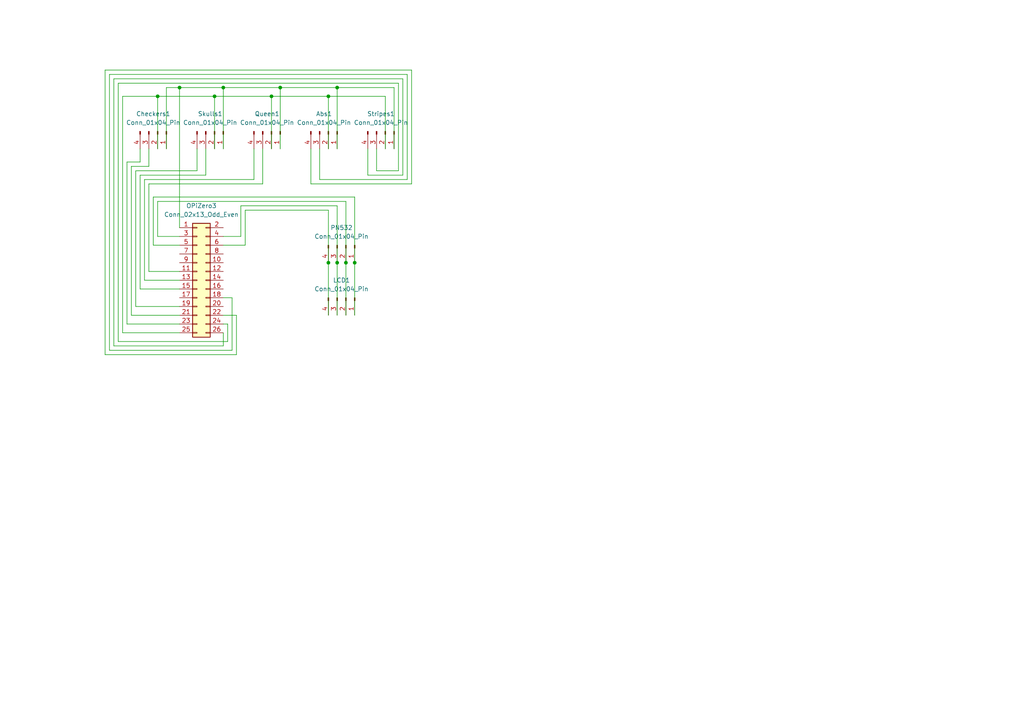
<source format=kicad_sch>
(kicad_sch (version 20231120) (generator "eeschema") (generator_version "8.0")
  (paper "A4")
  (lib_symbols
    (symbol "Conn_01x04_Pin_1" (pin_names (offset 1.016) hide)
      (property "Reference" "PN532" (at -5.08 -1.27 90))
      (property "Value" "Conn_01x04_Pin" (at -2.54 -1.27 90))
      (symbol "Conn_01x04_Pin_1_1_1"
        (polyline (pts (xy 1.27 -5.08) (xy 0.8636 -5.08)) (stroke (width 0.1524)))
        (polyline (pts (xy 1.27 -2.54) (xy 0.8636 -2.54)) (stroke (width 0.1524)))
        (polyline (pts (xy 1.27 0) (xy 0.8636 0)) (stroke (width 0.1524)))
        (polyline (pts (xy 1.27 2.54) (xy 0.8636 2.54)) (stroke (width 0.1524)))
        (rectangle (start 0.8636 -4.953) (end 0 -5.207) (stroke (width 0.1524)) (fill (type outline)))
        (rectangle (start 0.8636 -2.413) (end 0 -2.667) (stroke (width 0.1524)) (fill (type outline)))
        (rectangle (start 0.8636 0.127) (end 0 -0.127) (stroke (width 0.1524)) (fill (type outline)))
        (rectangle (start 0.8636 2.667) (end 0 2.413) (stroke (width 0.1524)) (fill (type outline)))
        (pin passive line (at 5.08 2.54 180) (length 3.81) (name "SCK") (number "1"))
        (pin passive line (at 5.08 0 180) (length 3.81) (name "SDA") (number "2"))
        (pin passive line (at 5.08 -2.54 180) (length 3.81) (name "VCC") (number "3"))
        (pin passive line (at 5.08 -5.08 180) (length 3.81) (name "GND") (number "4"))
      )
    )
    (symbol "Connector:Conn_01x04_Pin" (pin_names (offset 1.016) hide)
      (property "Reference" "J" (at 0 5.08 0))
      (property "Value" "Conn_01x04_Pin" (at 0 -7.62 0))
      (symbol "Conn_01x04_Pin_1_1"
        (polyline (pts (xy 1.27 -5.08) (xy 0.8636 -5.08)) (stroke (width 0.1524)))
        (polyline (pts (xy 1.27 -2.54) (xy 0.8636 -2.54)) (stroke (width 0.1524)))
        (polyline (pts (xy 1.27 0) (xy 0.8636 0)) (stroke (width 0.1524)))
        (polyline (pts (xy 1.27 2.54) (xy 0.8636 2.54)) (stroke (width 0.1524)))
        (rectangle (start 0.8636 -4.953) (end 0 -5.207) (stroke (width 0.1524)) (fill (type outline)))
        (rectangle (start 0.8636 -2.413) (end 0 -2.667) (stroke (width 0.1524)) (fill (type outline)))
        (rectangle (start 0.8636 0.127) (end 0 -0.127) (stroke (width 0.1524)) (fill (type outline)))
        (rectangle (start 0.8636 2.667) (end 0 2.413) (stroke (width 0.1524)) (fill (type outline)))
        (pin passive line (at 5.08 2.54 180) (length 3.81) (name "Pin_1") (number "1"))
        (pin passive line (at 5.08 0 180) (length 3.81) (name "Pin_2") (number "2"))
        (pin passive line (at 5.08 -2.54 180) (length 3.81) (name "Pin_3") (number "3"))
        (pin passive line (at 5.08 -5.08 180) (length 3.81) (name "Pin_4") (number "4"))
      )
    )
    (symbol "Connector_Generic:Conn_02x13_Odd_Even" (pin_names (offset 1.016) hide)
      (property "Reference" "OPiZero3" (at 1.27 21.59 0))
      (property "Value" "Conn_02x13_Odd_Even" (at 1.27 19.05 0))
      (symbol "Conn_02x13_Odd_Even_1_1"
        (rectangle (start -1.27 -15.113) (end 0 -15.367) (stroke (width 0.1524)))
        (rectangle (start -1.27 -12.573) (end 0 -12.827) (stroke (width 0.1524)))
        (rectangle (start -1.27 -10.033) (end 0 -10.287) (stroke (width 0.1524)))
        (rectangle (start -1.27 -7.493) (end 0 -7.747) (stroke (width 0.1524)))
        (rectangle (start -1.27 -4.953) (end 0 -5.207) (stroke (width 0.1524)))
        (rectangle (start -1.27 -2.413) (end 0 -2.667) (stroke (width 0.1524)))
        (rectangle (start -1.27 0.127) (end 0 -0.127) (stroke (width 0.1524)))
        (rectangle (start -1.27 2.667) (end 0 2.413) (stroke (width 0.1524)))
        (rectangle (start -1.27 5.207) (end 0 4.953) (stroke (width 0.1524)))
        (rectangle (start -1.27 7.747) (end 0 7.493) (stroke (width 0.1524)))
        (rectangle (start -1.27 10.287) (end 0 10.033) (stroke (width 0.1524)))
        (rectangle (start -1.27 12.827) (end 0 12.573) (stroke (width 0.1524)))
        (rectangle (start -1.27 15.367) (end 0 15.113) (stroke (width 0.1524)))
        (rectangle (start -1.27 16.51) (end 3.81 -16.51) (stroke (width 0.254)) (fill (type background)))
        (rectangle (start 3.81 -15.113) (end 2.54 -15.367) (stroke (width 0.1524)))
        (rectangle (start 3.81 -12.573) (end 2.54 -12.827) (stroke (width 0.1524)))
        (rectangle (start 3.81 -10.033) (end 2.54 -10.287) (stroke (width 0.1524)))
        (rectangle (start 3.81 -7.493) (end 2.54 -7.747) (stroke (width 0.1524)))
        (rectangle (start 3.81 -4.953) (end 2.54 -5.207) (stroke (width 0.1524)))
        (rectangle (start 3.81 -2.413) (end 2.54 -2.667) (stroke (width 0.1524)))
        (rectangle (start 3.81 0.127) (end 2.54 -0.127) (stroke (width 0.1524)))
        (rectangle (start 3.81 2.667) (end 2.54 2.413) (stroke (width 0.1524)))
        (rectangle (start 3.81 5.207) (end 2.54 4.953) (stroke (width 0.1524)))
        (rectangle (start 3.81 7.747) (end 2.54 7.493) (stroke (width 0.1524)))
        (rectangle (start 3.81 10.287) (end 2.54 10.033) (stroke (width 0.1524)))
        (rectangle (start 3.81 12.827) (end 2.54 12.573) (stroke (width 0.1524)))
        (rectangle (start 3.81 15.367) (end 2.54 15.113) (stroke (width 0.1524)))
        (pin power_out line (at -5.08 15.24 0) (length 3.81) (name "3.3V") (number "1"))
        (pin passive line (at 7.62 5.08 180) (length 3.81) (name "Pin_10") (number "10"))
        (pin bidirectional line (at -5.08 2.54 0) (length 3.81) (name "PC6") (number "11"))
        (pin passive line (at 7.62 2.54 180) (length 3.81) (name "Pin_12") (number "12"))
        (pin bidirectional line (at -5.08 0 0) (length 3.81) (name "PC5") (number "13"))
        (pin passive line (at 7.62 0 180) (length 3.81) (name "Pin_14") (number "14"))
        (pin bidirectional line (at -5.08 -2.54 0) (length 3.81) (name "PC8") (number "15"))
        (pin passive line (at 7.62 -2.54 180) (length 3.81) (name "Pin_16") (number "16"))
        (pin passive line (at -5.08 -5.08 0) (length 3.81) (name "Pin_17") (number "17"))
        (pin passive line (at 7.62 -5.08 180) (length 3.81) (name "Pin_18") (number "18"))
        (pin passive line (at -5.08 -7.62 0) (length 3.81) (name "Pin_19") (number "19"))
        (pin passive line (at 7.62 15.24 180) (length 3.81) (name "Pin_2") (number "2"))
        (pin passive line (at 7.62 -7.62 180) (length 3.81) (name "Pin_20") (number "20"))
        (pin passive line (at -5.08 -10.16 0) (length 3.81) (name "Pin_21") (number "21"))
        (pin passive line (at 7.62 -10.16 180) (length 3.81) (name "Pin_22") (number "22"))
        (pin passive line (at -5.08 -12.7 0) (length 3.81) (name "Pin_23") (number "23"))
        (pin passive line (at 7.62 -12.7 180) (length 3.81) (name "Pin_24") (number "24"))
        (pin passive line (at -5.08 -15.24 0) (length 3.81) (name "Pin_25") (number "25"))
        (pin passive line (at 7.62 -15.24 180) (length 3.81) (name "Pin_26") (number "26"))
        (pin bidirectional line (at -5.08 12.7 0) (length 3.81) (name "SDA") (number "3"))
        (pin passive line (at 7.62 12.7 180) (length 3.81) (name "Pin_4") (number "4"))
        (pin bidirectional line (at -5.08 10.16 0) (length 3.81) (name "SCK") (number "5"))
        (pin passive line (at 7.62 10.16 180) (length 3.81) (name "Pin_6") (number "6"))
        (pin bidirectional line (at -5.08 7.62 0) (length 3.81) (name "PC9") (number "7"))
        (pin passive line (at 7.62 7.62 180) (length 3.81) (name "Pin_8") (number "8"))
        (pin power_in line (at -5.08 5.08 0) (length 3.81) (name "GND") (number "9"))
      )
    )
  )
  (junction (at 45.72 27.94))
  (junction (at 52.07 25.4))
  (junction (at 95.25 76.2))
  (junction (at 62.23 27.94))
  (junction (at 95.25 27.94))
  (junction (at 100.33 76.2))
  (junction (at 97.79 76.2))
  (junction (at 102.87 76.2))
  (junction (at 97.79 25.4))
  (junction (at 78.74 27.94))
  (junction (at 81.28 25.4))
  (junction (at 64.77 25.4))
  (wire (pts (xy 100.33 58.42) (xy 100.33 76.2)))
  (wire (pts (xy 52.07 88.9) (xy 39.37 88.9)))
  (wire (pts (xy 43.18 43.18) (xy 43.18 48.26)))
  (wire (pts (xy 36.83 46.99) (xy 40.64 46.99)))
  (wire (pts (xy 90.17 53.34) (xy 119.38 53.34)))
  (wire (pts (xy 116.84 50.8) (xy 106.68 50.8)))
  (wire (pts (xy 52.07 68.58) (xy 45.72 68.58)))
  (wire (pts (xy 92.71 52.07) (xy 118.11 52.07)))
  (wire (pts (xy 52.07 83.82) (xy 40.64 83.82)))
  (wire (pts (xy 95.25 76.2) (xy 95.25 91.44)))
  (wire (pts (xy 76.2 43.18) (xy 76.2 53.34)))
  (wire (pts (xy 114.3 25.4) (xy 97.79 25.4)))
  (wire (pts (xy 43.18 53.34) (xy 76.2 53.34)))
  (wire (pts (xy 64.77 68.58) (xy 69.85 68.58)))
  (wire (pts (xy 30.48 102.87) (xy 30.48 20.32)))
  (wire (pts (xy 95.25 27.94) (xy 95.25 43.18)))
  (wire (pts (xy 115.57 24.13) (xy 34.29 24.13)))
  (wire (pts (xy 33.02 100.33) (xy 33.02 22.86)))
  (wire (pts (xy 31.75 21.59) (xy 118.11 21.59)))
  (wire (pts (xy 39.37 49.53) (xy 57.15 49.53)))
  (wire (pts (xy 102.87 57.15) (xy 102.87 76.2)))
  (wire (pts (xy 34.29 24.13) (xy 34.29 99.06)))
  (wire (pts (xy 45.72 58.42) (xy 100.33 58.42)))
  (wire (pts (xy 90.17 53.34) (xy 90.17 43.18)))
  (wire (pts (xy 67.31 86.36) (xy 64.77 86.36)))
  (wire (pts (xy 68.58 102.87) (xy 30.48 102.87)))
  (wire (pts (xy 62.23 43.18) (xy 62.23 27.94)))
  (wire (pts (xy 52.07 78.74) (xy 43.18 78.74)))
  (wire (pts (xy 64.77 71.12) (xy 71.12 71.12)))
  (wire (pts (xy 97.79 25.4) (xy 97.79 43.18)))
  (wire (pts (xy 116.84 22.86) (xy 116.84 50.8)))
  (wire (pts (xy 100.33 76.2) (xy 100.33 91.44)))
  (wire (pts (xy 36.83 93.98) (xy 36.83 46.99)))
  (wire (pts (xy 81.28 25.4) (xy 64.77 25.4)))
  (wire (pts (xy 41.91 81.28) (xy 41.91 52.07)))
  (wire (pts (xy 102.87 76.2) (xy 102.87 91.44)))
  (wire (pts (xy 68.58 91.44) (xy 64.77 91.44)))
  (wire (pts (xy 64.77 43.18) (xy 64.77 25.4)))
  (wire (pts (xy 118.11 21.59) (xy 118.11 52.07)))
  (wire (pts (xy 48.26 25.4) (xy 48.26 43.18)))
  (wire (pts (xy 78.74 27.94) (xy 78.74 43.18)))
  (wire (pts (xy 71.12 60.96) (xy 95.25 60.96)))
  (wire (pts (xy 73.66 43.18) (xy 73.66 52.07)))
  (wire (pts (xy 35.56 96.52) (xy 35.56 27.94)))
  (wire (pts (xy 67.31 101.6) (xy 31.75 101.6)))
  (wire (pts (xy 52.07 96.52) (xy 35.56 96.52)))
  (wire (pts (xy 109.22 43.18) (xy 109.22 49.53)))
  (wire (pts (xy 40.64 43.18) (xy 40.64 46.99)))
  (wire (pts (xy 62.23 27.94) (xy 78.74 27.94)))
  (wire (pts (xy 38.1 48.26) (xy 43.18 48.26)))
  (wire (pts (xy 69.85 68.58) (xy 69.85 59.69)))
  (wire (pts (xy 78.74 27.94) (xy 95.25 27.94)))
  (wire (pts (xy 59.69 43.18) (xy 59.69 50.8)))
  (wire (pts (xy 115.57 49.53) (xy 109.22 49.53)))
  (wire (pts (xy 71.12 71.12) (xy 71.12 60.96)))
  (wire (pts (xy 52.07 66.04) (xy 52.07 25.4)))
  (wire (pts (xy 40.64 50.8) (xy 59.69 50.8)))
  (wire (pts (xy 64.77 96.52) (xy 64.77 100.33)))
  (wire (pts (xy 66.04 99.06) (xy 66.04 93.98)))
  (wire (pts (xy 38.1 91.44) (xy 38.1 48.26)))
  (wire (pts (xy 95.25 27.94) (xy 111.76 27.94)))
  (wire (pts (xy 39.37 88.9) (xy 39.37 49.53)))
  (wire (pts (xy 111.76 27.94) (xy 111.76 43.18)))
  (wire (pts (xy 34.29 99.06) (xy 66.04 99.06)))
  (wire (pts (xy 30.48 20.32) (xy 119.38 20.32)))
  (wire (pts (xy 97.79 76.2) (xy 97.79 91.44)))
  (wire (pts (xy 95.25 60.96) (xy 95.25 76.2)))
  (wire (pts (xy 68.58 91.44) (xy 68.58 102.87)))
  (wire (pts (xy 81.28 43.18) (xy 81.28 25.4)))
  (wire (pts (xy 69.85 59.69) (xy 97.79 59.69)))
  (wire (pts (xy 45.72 68.58) (xy 45.72 58.42)))
  (wire (pts (xy 52.07 25.4) (xy 48.26 25.4)))
  (wire (pts (xy 119.38 20.32) (xy 119.38 53.34)))
  (wire (pts (xy 52.07 71.12) (xy 44.45 71.12)))
  (wire (pts (xy 52.07 91.44) (xy 38.1 91.44)))
  (wire (pts (xy 115.57 49.53) (xy 115.57 24.13)))
  (wire (pts (xy 97.79 25.4) (xy 81.28 25.4)))
  (wire (pts (xy 52.07 25.4) (xy 64.77 25.4)))
  (wire (pts (xy 52.07 81.28) (xy 41.91 81.28)))
  (wire (pts (xy 92.71 43.18) (xy 92.71 52.07)))
  (wire (pts (xy 67.31 86.36) (xy 67.31 101.6)))
  (wire (pts (xy 41.91 52.07) (xy 73.66 52.07)))
  (wire (pts (xy 40.64 83.82) (xy 40.64 50.8)))
  (wire (pts (xy 33.02 100.33) (xy 64.77 100.33)))
  (wire (pts (xy 35.56 27.94) (xy 45.72 27.94)))
  (wire (pts (xy 33.02 22.86) (xy 116.84 22.86)))
  (wire (pts (xy 106.68 50.8) (xy 106.68 43.18)))
  (wire (pts (xy 64.77 93.98) (xy 66.04 93.98)))
  (wire (pts (xy 52.07 93.98) (xy 36.83 93.98)))
  (wire (pts (xy 57.15 43.18) (xy 57.15 49.53)))
  (wire (pts (xy 43.18 78.74) (xy 43.18 53.34)))
  (wire (pts (xy 114.3 43.18) (xy 114.3 25.4)))
  (wire (pts (xy 45.72 43.18) (xy 45.72 27.94)))
  (wire (pts (xy 31.75 101.6) (xy 31.75 21.59)))
  (wire (pts (xy 97.79 59.69) (xy 97.79 76.2)))
  (wire (pts (xy 45.72 27.94) (xy 62.23 27.94)))
  (wire (pts (xy 44.45 71.12) (xy 44.45 57.15)))
  (wire (pts (xy 44.45 57.15) (xy 102.87 57.15)))
  (symbol (lib_id "Connector:Conn_01x04_Pin") (at 111.76 38.1 270) (unit 1)
    (property "Reference" "Stripes1" (at 110.49 33.02 90))
    (property "Value" "Conn_01x04_Pin" (at 110.49 35.56 90))
    (property "Footprint" "Connector_JST:JST_XH_B4B-XH-A_1x04_P2.50mm_Vertical" (effects (hide yes)))
    (property "Description" "Generic connector, single row, 01x04, script generated" (effects (hide yes)))
  )
  (symbol (lib_name "Conn_01x04_Pin_1") (lib_id "Connector:Conn_01x04_Pin") (at 100.33 86.36 270) (unit 1)
    (property "Reference" "LCD1" (at 99.06 81.28 90))
    (property "Value" "Conn_01x04_Pin" (at 99.06 83.82 90))
    (property "Footprint" "Connector_JST:JST_XH_B4B-XH-A_1x04_P2.50mm_Vertical" (effects (hide yes)))
    (property "Description" "Generic connector, single row, 01x04, script generated" (effects (hide yes)))
  )
  (symbol (lib_id "Connector_Generic:Conn_02x13_Odd_Even") (at 57.15 81.28 0) (unit 1)
    (property "Reference" "OPiZero3" (at 58.42 59.69 0))
    (property "Value" "Conn_02x13_Odd_Even" (at 58.42 62.23 0))
    (property "Footprint" "Connector_PinHeader_2.54mm:PinHeader_2x13_P2.54mm_Vertical" (effects (hide yes)))
    (property "Description" "Generic connector, double row, 02x13, odd/even pin numbering scheme (row 1 odd numbers, row 2 even numbers), script generated (kicad-library-utils/schlib/autogen/connector/)" (effects (hide yes)))
  )
  (symbol (lib_id "Connector:Conn_01x04_Pin") (at 95.25 38.1 270) (unit 1)
    (property "Reference" "Abs1" (at 93.98 33.02 90))
    (property "Value" "Conn_01x04_Pin" (at 93.98 35.56 90))
    (property "Footprint" "Connector_JST:JST_XH_B4B-XH-A_1x04_P2.50mm_Vertical" (effects (hide yes)))
    (property "Description" "Generic connector, single row, 01x04, script generated" (effects (hide yes)))
  )
  (symbol (lib_id "Connector:Conn_01x04_Pin") (at 78.74 38.1 270) (unit 1)
    (property "Reference" "Queen1" (at 77.47 33.02 90))
    (property "Value" "Conn_01x04_Pin" (at 77.47 35.56 90))
    (property "Footprint" "Connector_JST:JST_XH_B4B-XH-A_1x04_P2.50mm_Vertical" (effects (hide yes)))
    (property "Description" "Generic connector, single row, 01x04, script generated" (effects (hide yes)))
  )
  (symbol (lib_name "Conn_01x04_Pin_1") (lib_id "Connector:Conn_01x04_Pin") (at 100.33 71.12 270) (unit 1)
    (property "Reference" "PN532" (at 99.06 66.04 90))
    (property "Value" "Conn_01x04_Pin" (at 99.06 68.58 90))
    (property "Footprint" "Library:Solder Pads 01x04 2.54mm" (effects (hide yes)))
    (property "Description" "Generic connector, single row, 01x04, script generated" (effects (hide yes)))
  )
  (symbol (lib_id "Connector:Conn_01x04_Pin") (at 62.23 38.1 270) (unit 1)
    (property "Reference" "Skulls1" (at 60.96 33.02 90))
    (property "Value" "Conn_01x04_Pin" (at 60.96 35.56 90))
    (property "Footprint" "Connector_JST:JST_XH_B4B-XH-A_1x04_P2.50mm_Vertical" (effects (hide yes)))
    (property "Description" "Generic connector, single row, 01x04, script generated" (effects (hide yes)))
  )
  (symbol (lib_id "Connector:Conn_01x04_Pin") (at 45.72 38.1 270) (unit 1)
    (property "Reference" "Checkers1" (at 44.45 33.02 90))
    (property "Value" "Conn_01x04_Pin" (at 44.45 35.56 90))
    (property "Footprint" "Connector_JST:JST_XH_B4B-XH-A_1x04_P2.50mm_Vertical" (effects (hide yes)))
    (property "Description" "Generic connector, single row, 01x04, script generated" (effects (hide yes)))
  )
)
</source>
